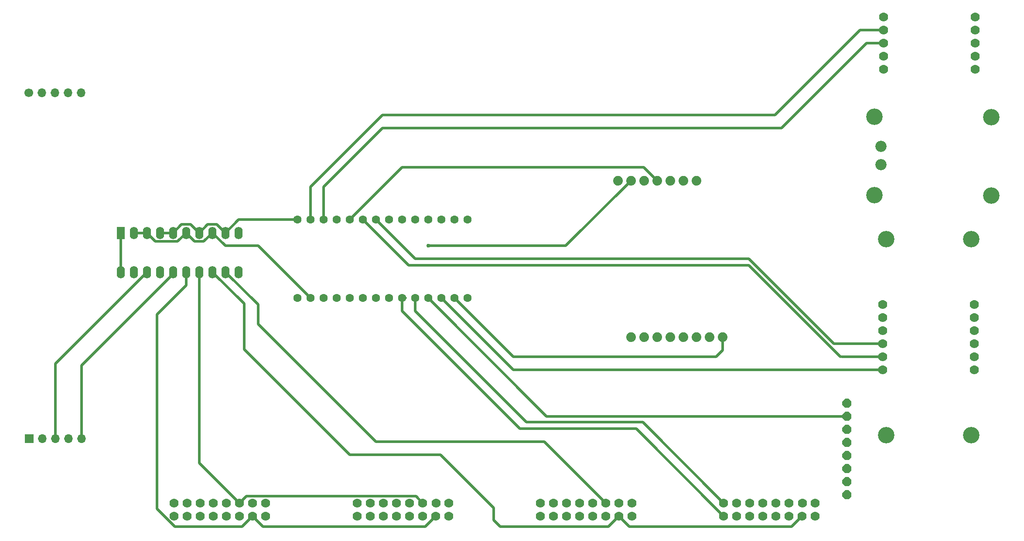
<source format=gbr>
%TF.GenerationSoftware,KiCad,Pcbnew,8.0.9-8.0.9-0~ubuntu24.04.1*%
%TF.CreationDate,2025-07-29T22:20:07-05:00*%
%TF.ProjectId,race_computer_proto,72616365-5f63-46f6-9d70-757465725f70,1.0*%
%TF.SameCoordinates,Original*%
%TF.FileFunction,Copper,L1,Top*%
%TF.FilePolarity,Positive*%
%FSLAX46Y46*%
G04 Gerber Fmt 4.6, Leading zero omitted, Abs format (unit mm)*
G04 Created by KiCad (PCBNEW 8.0.9-8.0.9-0~ubuntu24.04.1) date 2025-07-29 22:20:07*
%MOMM*%
%LPD*%
G01*
G04 APERTURE LIST*
G04 Aperture macros list*
%AMOutline5P*
0 Free polygon, 5 corners , with rotation*
0 The origin of the aperture is its center*
0 number of corners: always 5*
0 $1 to $10 corner X, Y*
0 $11 Rotation angle, in degrees counterclockwise*
0 create outline with 5 corners*
4,1,5,$1,$2,$3,$4,$5,$6,$7,$8,$9,$10,$1,$2,$11*%
%AMOutline6P*
0 Free polygon, 6 corners , with rotation*
0 The origin of the aperture is its center*
0 number of corners: always 6*
0 $1 to $12 corner X, Y*
0 $13 Rotation angle, in degrees counterclockwise*
0 create outline with 6 corners*
4,1,6,$1,$2,$3,$4,$5,$6,$7,$8,$9,$10,$11,$12,$1,$2,$13*%
%AMOutline7P*
0 Free polygon, 7 corners , with rotation*
0 The origin of the aperture is its center*
0 number of corners: always 7*
0 $1 to $14 corner X, Y*
0 $15 Rotation angle, in degrees counterclockwise*
0 create outline with 7 corners*
4,1,7,$1,$2,$3,$4,$5,$6,$7,$8,$9,$10,$11,$12,$13,$14,$1,$2,$15*%
%AMOutline8P*
0 Free polygon, 8 corners , with rotation*
0 The origin of the aperture is its center*
0 number of corners: always 8*
0 $1 to $16 corner X, Y*
0 $17 Rotation angle, in degrees counterclockwise*
0 create outline with 8 corners*
4,1,8,$1,$2,$3,$4,$5,$6,$7,$8,$9,$10,$11,$12,$13,$14,$15,$16,$1,$2,$17*%
G04 Aperture macros list end*
%TA.AperFunction,ComponentPad*%
%ADD10Outline8P,-0.889000X0.368236X-0.368236X0.889000X0.368236X0.889000X0.889000X0.368236X0.889000X-0.368236X0.368236X-0.889000X-0.368236X-0.889000X-0.889000X-0.368236X0.000000*%
%TD*%
%TA.AperFunction,ComponentPad*%
%ADD11C,1.778000*%
%TD*%
%TA.AperFunction,ComponentPad*%
%ADD12C,3.200000*%
%TD*%
%TA.AperFunction,ComponentPad*%
%ADD13C,2.184400*%
%TD*%
%TA.AperFunction,ComponentPad*%
%ADD14C,1.879600*%
%TD*%
%TA.AperFunction,ComponentPad*%
%ADD15R,1.700000X1.700000*%
%TD*%
%TA.AperFunction,ComponentPad*%
%ADD16O,1.700000X1.700000*%
%TD*%
%TA.AperFunction,ComponentPad*%
%ADD17C,1.700000*%
%TD*%
%TA.AperFunction,ComponentPad*%
%ADD18O,1.600000X2.400000*%
%TD*%
%TA.AperFunction,ComponentPad*%
%ADD19R,1.600000X2.400000*%
%TD*%
%TA.AperFunction,ComponentPad*%
%ADD20C,1.600000*%
%TD*%
%TA.AperFunction,ViaPad*%
%ADD21C,0.762000*%
%TD*%
%TA.AperFunction,Conductor*%
%ADD22C,0.508000*%
%TD*%
G04 APERTURE END LIST*
D10*
%TO.P,U5,1,+5V*%
%TO.N,+5V*%
X219710000Y-138557000D03*
%TO.P,U5,2,+3V*%
%TO.N,unconnected-(U5-+3V-Pad2)*%
X219710000Y-136017000D03*
%TO.P,U5,3,GND*%
%TO.N,GND*%
X219710000Y-133477000D03*
%TO.P,U5,4,CLK*%
%TO.N,/GPS_SD_SCK*%
X219710000Y-130937000D03*
%TO.P,U5,5,DO*%
%TO.N,/MISO*%
X219710000Y-128397000D03*
%TO.P,U5,6,DI*%
%TO.N,/GPS_SD_MOSI*%
X219710000Y-125857000D03*
%TO.P,U5,7,CS*%
%TO.N,/SDCARD_CS*%
X219710000Y-123317000D03*
%TO.P,U5,8,CD*%
%TO.N,unconnected-(U5-CD-Pad8)*%
X219710000Y-120777000D03*
%TD*%
D11*
%TO.P,U6,1,VDD*%
%TO.N,unconnected-(U6-VDD-Pad1)*%
X244602000Y-55880000D03*
%TO.P,U6,2,GND*%
%TO.N,GND*%
X244602000Y-53340000D03*
%TO.P,U6,3,NEO_IN*%
%TO.N,unconnected-(U6-NEO_IN-Pad3)*%
X244602000Y-50800000D03*
%TO.P,U6,4,S+*%
%TO.N,unconnected-(U6-S+-Pad4)*%
X244602000Y-48260000D03*
%TO.P,U6,5,S-*%
%TO.N,unconnected-(U6-S--Pad5)*%
X244602000Y-45720000D03*
%TO.P,U6,6,C*%
%TO.N,GND*%
X226822000Y-45720000D03*
%TO.P,U6,7,A*%
%TO.N,Net-(U1-14_A0_TX3_SPDIF_OUT)*%
X226822000Y-48260000D03*
%TO.P,U6,8,NEO_OUT*%
%TO.N,Net-(U1-15_A1_RX3_SPDIF_IN)*%
X226822000Y-50800000D03*
%TO.P,U6,9,GND*%
%TO.N,unconnected-(U6-GND-Pad9)*%
X226822000Y-53340000D03*
%TO.P,U6,10,VDD*%
%TO.N,+5V*%
X226822000Y-55880000D03*
%TD*%
D12*
%TO.P,U4,*%
%TO.N,*%
X247777000Y-80413000D03*
X225044000Y-80286000D03*
X247777000Y-65173000D03*
X225044000Y-65046000D03*
D13*
%TO.P,U4,1,+5V*%
%TO.N,+5V*%
X226314000Y-70866000D03*
%TO.P,U4,2,GND*%
%TO.N,GND*%
X226314000Y-74366000D03*
%TD*%
D14*
%TO.P,U2,15,GND*%
%TO.N,GND*%
X190500000Y-77495400D03*
%TO.P,U2,14,5V*%
%TO.N,+5V*%
X187960000Y-77495400D03*
%TO.P,U2,13,3V3*%
%TO.N,unconnected-(U2-3V3-Pad13)*%
X185420000Y-77495400D03*
%TO.P,U2,12,CS*%
%TO.N,Net-(U1-17_A3_TX4_SDA1)*%
X182880000Y-77495400D03*
%TO.P,U2,11,RX/MOSI*%
%TO.N,/GPS_SD_MOSI*%
X180340000Y-77495400D03*
%TO.P,U2,10,TX/MISO*%
%TO.N,/MISO*%
X177800000Y-77495400D03*
%TO.P,U2,9,SCK*%
%TO.N,/GPS_SD_SCK*%
X175260000Y-77495400D03*
%TO.P,U2,8,SCL*%
%TO.N,unconnected-(U2-SCL-Pad8)*%
X177800000Y-107950000D03*
%TO.P,U2,7,SDA*%
%TO.N,unconnected-(U2-SDA-Pad7)*%
X180340000Y-107950000D03*
%TO.P,U2,6,3V3*%
%TO.N,unconnected-(U2-3V3-Pad6)*%
X182880000Y-107950000D03*
%TO.P,U2,5,GND*%
%TO.N,GND*%
X185420000Y-107950000D03*
%TO.P,U2,4,INT*%
%TO.N,/GPS_INT*%
X187960000Y-107950000D03*
%TO.P,U2,3,SAFE*%
%TO.N,unconnected-(U2-SAFE-Pad3)*%
X190500000Y-107950000D03*
%TO.P,U2,2,RST*%
%TO.N,/GPS_RST*%
X193040000Y-107950000D03*
%TO.P,U2,1,PPS*%
%TO.N,Net-(U1-0_RX1_CRX2_CS1)*%
X195580000Y-107950000D03*
%TD*%
D11*
%TO.P,OD3,16,CS*%
%TO.N,/DISP_BUS.CS2*%
X160200000Y-142728000D03*
%TO.P,OD3,15,RESET*%
%TO.N,/DISP_BUS.RESET2*%
X160200000Y-140188000D03*
%TO.P,OD3,14,D/C*%
%TO.N,/DISP_BUS.DC*%
X162740000Y-142728000D03*
%TO.P,OD3,13,R/W*%
%TO.N,GND*%
X162740000Y-140188000D03*
%TO.P,OD3,12,E/RD*%
X165280000Y-142728000D03*
%TO.P,OD3,11,D7*%
%TO.N,unconnected-(OD3-D7-Pad11)*%
X165280000Y-140188000D03*
%TO.P,OD3,10,D6*%
%TO.N,unconnected-(OD3-D6-Pad10)*%
X167820000Y-142728000D03*
%TO.P,OD3,9,D5*%
%TO.N,unconnected-(OD3-D5-Pad9)*%
X167820000Y-140188000D03*
%TO.P,OD3,8,D4*%
%TO.N,unconnected-(OD3-D4-Pad8)*%
X170360000Y-142728000D03*
%TO.P,OD3,7,D3*%
%TO.N,unconnected-(OD3-D3-Pad7)*%
X170360000Y-140188000D03*
%TO.P,OD3,6,D2/NC*%
%TO.N,unconnected-(OD3-D2{slash}NC-Pad6)*%
X172900000Y-142728000D03*
%TO.P,OD3,5,D1/SDIN*%
%TO.N,/DISP_BUS.MOSI1*%
X172900000Y-140188000D03*
%TO.P,OD3,4,D0/SCK*%
%TO.N,/DISP_BUS.SCK1*%
X175440000Y-142728000D03*
%TO.P,OD3,3,N/C*%
%TO.N,unconnected-(OD3-N{slash}C-Pad3)*%
X175450000Y-140188000D03*
%TO.P,OD3,2,VCC*%
%TO.N,+5V*%
X177980000Y-142728000D03*
%TO.P,OD3,1,GND*%
%TO.N,GND*%
X177980000Y-140188000D03*
%TD*%
%TO.P,OD1,16,CS*%
%TO.N,/DISP_BUS.CS0*%
X89080000Y-142728000D03*
%TO.P,OD1,15,RESET*%
%TO.N,/DISP_BUS.RESET0*%
X89080000Y-140188000D03*
%TO.P,OD1,14,D/C*%
%TO.N,/DISP_BUS.DC*%
X91620000Y-142728000D03*
%TO.P,OD1,13,R/W*%
%TO.N,GND*%
X91620000Y-140188000D03*
%TO.P,OD1,12,E/RD*%
X94160000Y-142728000D03*
%TO.P,OD1,11,D7*%
%TO.N,unconnected-(OD1-D7-Pad11)*%
X94160000Y-140188000D03*
%TO.P,OD1,10,D6*%
%TO.N,unconnected-(OD1-D6-Pad10)*%
X96700000Y-142728000D03*
%TO.P,OD1,9,D5*%
%TO.N,unconnected-(OD1-D5-Pad9)*%
X96700000Y-140188000D03*
%TO.P,OD1,8,D4*%
%TO.N,unconnected-(OD1-D4-Pad8)*%
X99240000Y-142728000D03*
%TO.P,OD1,7,D3*%
%TO.N,unconnected-(OD1-D3-Pad7)*%
X99240000Y-140188000D03*
%TO.P,OD1,6,D2/NC*%
%TO.N,unconnected-(OD1-D2{slash}NC-Pad6)*%
X101780000Y-142728000D03*
%TO.P,OD1,5,D1/SDIN*%
%TO.N,/DISP_BUS.MOSI0*%
X101780000Y-140188000D03*
%TO.P,OD1,4,D0/SCK*%
%TO.N,/DISP_BUS.SCK0*%
X104320000Y-142728000D03*
%TO.P,OD1,3,N/C*%
%TO.N,unconnected-(OD1-N{slash}C-Pad3)*%
X104330000Y-140188000D03*
%TO.P,OD1,2,VCC*%
%TO.N,+5V*%
X106860000Y-142728000D03*
%TO.P,OD1,1,GND*%
%TO.N,GND*%
X106860000Y-140188000D03*
%TD*%
%TO.P,OD4,16,CS*%
%TO.N,/DISP_BUS.CS3*%
X195820000Y-142728000D03*
%TO.P,OD4,15,RESET*%
%TO.N,/DISP_BUS.RESET3*%
X195820000Y-140188000D03*
%TO.P,OD4,14,D/C*%
%TO.N,/DISP_BUS.DC*%
X198360000Y-142728000D03*
%TO.P,OD4,13,R/W*%
%TO.N,GND*%
X198360000Y-140188000D03*
%TO.P,OD4,12,E/RD*%
X200900000Y-142728000D03*
%TO.P,OD4,11,D7*%
%TO.N,unconnected-(OD4-D7-Pad11)*%
X200900000Y-140188000D03*
%TO.P,OD4,10,D6*%
%TO.N,unconnected-(OD4-D6-Pad10)*%
X203440000Y-142728000D03*
%TO.P,OD4,9,D5*%
%TO.N,unconnected-(OD4-D5-Pad9)*%
X203440000Y-140188000D03*
%TO.P,OD4,8,D4*%
%TO.N,unconnected-(OD4-D4-Pad8)*%
X205980000Y-142728000D03*
%TO.P,OD4,7,D3*%
%TO.N,unconnected-(OD4-D3-Pad7)*%
X205980000Y-140188000D03*
%TO.P,OD4,6,D2/NC*%
%TO.N,unconnected-(OD4-D2{slash}NC-Pad6)*%
X208520000Y-142728000D03*
%TO.P,OD4,5,D1/SDIN*%
%TO.N,/DISP_BUS.MOSI1*%
X208520000Y-140188000D03*
%TO.P,OD4,4,D0/SCK*%
%TO.N,/DISP_BUS.SCK1*%
X211060000Y-142728000D03*
%TO.P,OD4,3,N/C*%
%TO.N,unconnected-(OD4-N{slash}C-Pad3)*%
X211070000Y-140188000D03*
%TO.P,OD4,2,VCC*%
%TO.N,+5V*%
X213600000Y-142728000D03*
%TO.P,OD4,1,GND*%
%TO.N,GND*%
X213600000Y-140188000D03*
%TD*%
D15*
%TO.P,LED1,1,VCC*%
%TO.N,+5V*%
X60960000Y-127635000D03*
D16*
%TO.P,LED1,2,GND*%
%TO.N,GND*%
X63500000Y-127635000D03*
%TO.P,LED1,3,DIN*%
%TO.N,/DISP_BUS.MOSI2*%
X66040000Y-127635000D03*
%TO.P,LED1,4,CS*%
%TO.N,/DISP_BUS.CS4*%
X68580000Y-127635000D03*
%TO.P,LED1,5,CLK*%
%TO.N,/DISP_BUS.SCK2*%
X71120000Y-127635000D03*
%TO.P,LED1,6,CLK*%
%TO.N,unconnected-(LED1-CLK-Pad6)*%
X71060000Y-60385000D03*
%TO.P,LED1,7,CS*%
%TO.N,unconnected-(LED1-CS-Pad7)*%
X68520000Y-60385000D03*
%TO.P,LED1,8,DOUT*%
%TO.N,unconnected-(LED1-DOUT-Pad8)*%
X65980000Y-60385000D03*
%TO.P,LED1,9,GND*%
%TO.N,unconnected-(LED1-GND-Pad9)*%
X63440000Y-60385000D03*
D17*
%TO.P,LED1,10,VCC*%
%TO.N,unconnected-(LED1-VCC-Pad10)*%
X60900000Y-60385000D03*
%TD*%
D11*
%TO.P,OD2,16,CS*%
%TO.N,/DISP_BUS.CS1*%
X124700000Y-142728000D03*
%TO.P,OD2,15,RESET*%
%TO.N,/DISP_BUS.RESET1*%
X124700000Y-140188000D03*
%TO.P,OD2,14,D/C*%
%TO.N,/DISP_BUS.DC*%
X127240000Y-142728000D03*
%TO.P,OD2,13,R/W*%
%TO.N,GND*%
X127240000Y-140188000D03*
%TO.P,OD2,12,E/RD*%
X129780000Y-142728000D03*
%TO.P,OD2,11,D7*%
%TO.N,unconnected-(OD2-D7-Pad11)*%
X129780000Y-140188000D03*
%TO.P,OD2,10,D6*%
%TO.N,unconnected-(OD2-D6-Pad10)*%
X132320000Y-142728000D03*
%TO.P,OD2,9,D5*%
%TO.N,unconnected-(OD2-D5-Pad9)*%
X132320000Y-140188000D03*
%TO.P,OD2,8,D4*%
%TO.N,unconnected-(OD2-D4-Pad8)*%
X134860000Y-142728000D03*
%TO.P,OD2,7,D3*%
%TO.N,unconnected-(OD2-D3-Pad7)*%
X134860000Y-140188000D03*
%TO.P,OD2,6,D2/NC*%
%TO.N,unconnected-(OD2-D2{slash}NC-Pad6)*%
X137400000Y-142728000D03*
%TO.P,OD2,5,D1/SDIN*%
%TO.N,/DISP_BUS.MOSI0*%
X137400000Y-140188000D03*
%TO.P,OD2,4,D0/SCK*%
%TO.N,/DISP_BUS.SCK0*%
X139940000Y-142728000D03*
%TO.P,OD2,3,N/C*%
%TO.N,unconnected-(OD2-N{slash}C-Pad3)*%
X139950000Y-140188000D03*
%TO.P,OD2,2,VCC*%
%TO.N,+5V*%
X142480000Y-142728000D03*
%TO.P,OD2,1,GND*%
%TO.N,GND*%
X142480000Y-140188000D03*
%TD*%
D18*
%TO.P,U3,20,VCC*%
%TO.N,/3V3*%
X78745000Y-95260000D03*
%TO.P,U3,19,~{OE}*%
%TO.N,GND*%
X81285000Y-95260000D03*
%TO.P,U3,18,B1*%
%TO.N,/DISP_BUS.MOSI2*%
X83825000Y-95260000D03*
%TO.P,U3,17,B2*%
%TO.N,/GPS_SD_MOSI*%
X86365000Y-95260000D03*
%TO.P,U3,16,B3*%
%TO.N,/DISP_BUS.SCK2*%
X88905000Y-95260000D03*
%TO.P,U3,15,B4*%
%TO.N,/DISP_BUS.SCK0*%
X91445000Y-95260000D03*
%TO.P,U3,14,B5*%
%TO.N,/DISP_BUS.MOSI0*%
X93985000Y-95260000D03*
%TO.P,U3,13,B6*%
%TO.N,/DISP_BUS.SCK1*%
X96525000Y-95260000D03*
%TO.P,U3,12,B7*%
%TO.N,/DISP_BUS.MOSI1*%
X99065000Y-95260000D03*
%TO.P,U3,11,B8*%
%TO.N,/GPS_SD_SCK*%
X101605000Y-95260000D03*
%TO.P,U3,10,GND*%
%TO.N,GND*%
X101605000Y-87640000D03*
%TO.P,U3,9,A8*%
%TO.N,/SCK*%
X99065000Y-87640000D03*
%TO.P,U3,8,A7*%
%TO.N,/MOSI*%
X96525000Y-87640000D03*
%TO.P,U3,7,A6*%
%TO.N,/SCK*%
X93985000Y-87640000D03*
%TO.P,U3,6,A5*%
%TO.N,/MOSI*%
X91445000Y-87640000D03*
%TO.P,U3,5,A4*%
%TO.N,/SCK*%
X88905000Y-87640000D03*
%TO.P,U3,4,A3*%
X86365000Y-87640000D03*
%TO.P,U3,3,A2*%
%TO.N,/MOSI*%
X83825000Y-87640000D03*
%TO.P,U3,2,A1*%
X81285000Y-87640000D03*
D19*
%TO.P,U3,1,DIR*%
%TO.N,/3V3*%
X78745000Y-87640000D03*
%TD*%
D20*
%TO.P,U1,33,VIN*%
%TO.N,+5V*%
X146050000Y-85090000D03*
%TO.P,U1,32,GND*%
%TO.N,GND*%
X143510000Y-85090000D03*
%TO.P,U1,31,3V3*%
%TO.N,/3V3*%
X140970000Y-85090000D03*
%TO.P,U1,30,23_A9_CRX1_MCLK1*%
%TO.N,/GPS_RST*%
X138430000Y-85090000D03*
%TO.P,U1,29,22_A8_CTX1*%
%TO.N,unconnected-(U1-22_A8_CTX1-Pad29)*%
X135890000Y-85090000D03*
%TO.P,U1,28,21_A7_RX5_BCLK1*%
%TO.N,unconnected-(U1-21_A7_RX5_BCLK1-Pad28)*%
X133350000Y-85090000D03*
%TO.P,U1,27,20_A6_TX5_LRCLK1*%
%TO.N,/GPS_INT*%
X130810000Y-85090000D03*
%TO.P,U1,26,19_A5_SCL0*%
%TO.N,/SCL*%
X128270000Y-85090000D03*
%TO.P,U1,25,18_A4_SDA0*%
%TO.N,/SDA*%
X125730000Y-85090000D03*
%TO.P,U1,24,17_A3_TX4_SDA1*%
%TO.N,Net-(U1-17_A3_TX4_SDA1)*%
X123190000Y-85090000D03*
%TO.P,U1,23,16_A2_RX4_SCL1*%
%TO.N,/DISP_BUS.DC*%
X120650000Y-85090000D03*
%TO.P,U1,22,15_A1_RX3_SPDIF_IN*%
%TO.N,Net-(U1-15_A1_RX3_SPDIF_IN)*%
X118110000Y-85090000D03*
%TO.P,U1,21,14_A0_TX3_SPDIF_OUT*%
%TO.N,Net-(U1-14_A0_TX3_SPDIF_OUT)*%
X115570000Y-85090000D03*
%TO.P,U1,20,13_SCK_CRX1_LED*%
%TO.N,/SCK*%
X113030000Y-85090000D03*
%TO.P,U1,14,12_MISO_MQSL*%
%TO.N,/MISO*%
X113030000Y-100330000D03*
%TO.P,U1,13,11_MOSI_CTX1*%
%TO.N,/MOSI*%
X115570000Y-100330000D03*
%TO.P,U1,12,10_CS_MQSR*%
%TO.N,/DISP_BUS.CS0*%
X118110000Y-100330000D03*
%TO.P,U1,11,9_OUT1C*%
%TO.N,/DISP_BUS.RESET0*%
X120650000Y-100330000D03*
%TO.P,U1,10,8_TX2_IN1*%
%TO.N,/DISP_BUS.CS1*%
X123190000Y-100330000D03*
%TO.P,U1,9,7_RX2_OUT1A*%
%TO.N,/DISP_BUS.RESET1*%
X125730000Y-100330000D03*
%TO.P,U1,8,6_OUT1D*%
%TO.N,/DISP_BUS.CS2*%
X128270000Y-100330000D03*
%TO.P,U1,7,5_IN2*%
%TO.N,/DISP_BUS.RESET2*%
X130810000Y-100330000D03*
%TO.P,U1,6,4_BCLK2*%
%TO.N,/DISP_BUS.CS3*%
X133350000Y-100330000D03*
%TO.P,U1,5,3_LRCLK2*%
%TO.N,/DISP_BUS.RESET3*%
X135890000Y-100330000D03*
%TO.P,U1,4,2_OUT2*%
%TO.N,/SDCARD_CS*%
X138430000Y-100330000D03*
%TO.P,U1,3,1_TX1_CTX2_MISO1*%
%TO.N,/NEOKEY_INT*%
X140970000Y-100330000D03*
%TO.P,U1,2,0_RX1_CRX2_CS1*%
%TO.N,Net-(U1-0_RX1_CRX2_CS1)*%
X143510000Y-100330000D03*
%TO.P,U1,1,GND*%
%TO.N,GND*%
X146050000Y-100330000D03*
%TD*%
D11*
%TO.P,U7,*%
%TO.N,*%
X244475000Y-114300000D03*
%TO.P,U7,6,INT*%
%TO.N,/NEOKEY_INT*%
X226695000Y-114300000D03*
%TO.P,U7,*%
%TO.N,*%
X244475000Y-111760000D03*
%TO.P,U7,5,DATA*%
%TO.N,/SDA*%
X226695000Y-111760000D03*
%TO.P,U7,*%
%TO.N,*%
X244475000Y-109220000D03*
%TO.P,U7,4,CLK*%
%TO.N,/SCL*%
X226695000Y-109220000D03*
%TO.P,U7,*%
%TO.N,*%
X244475000Y-106680000D03*
%TO.P,U7,3,GND*%
%TO.N,GND*%
X226695000Y-106680000D03*
%TO.P,U7,*%
%TO.N,*%
X244475000Y-104140000D03*
%TO.P,U7,2,3V*%
%TO.N,unconnected-(U7-3V-Pad2)*%
X226695000Y-104140000D03*
%TO.P,U7,*%
%TO.N,*%
X244475000Y-101600000D03*
%TO.P,U7,1,VIN*%
%TO.N,+5V*%
X226695000Y-101600000D03*
D12*
%TO.P,U7,*%
%TO.N,*%
X243840000Y-88900000D03*
X243840000Y-88900000D03*
X227330000Y-88900000D03*
X227330000Y-88900000D03*
X227330000Y-88900000D03*
X243840000Y-127000000D03*
X243840000Y-127000000D03*
X227330000Y-127000000D03*
X227330000Y-127000000D03*
%TD*%
D21*
%TO.N,/MISO*%
X138430000Y-90170000D03*
%TD*%
D22*
%TO.N,/MISO*%
X138430000Y-90170000D02*
X165125400Y-90170000D01*
X165125400Y-90170000D02*
X177800000Y-77495400D01*
%TO.N,/MOSI*%
X83825000Y-87640000D02*
X81285000Y-87640000D01*
X91445000Y-87640000D02*
X89791000Y-89294000D01*
X89791000Y-89294000D02*
X85479000Y-89294000D01*
X85479000Y-89294000D02*
X83825000Y-87640000D01*
X96525000Y-87640000D02*
X94871000Y-89294000D01*
X94871000Y-89294000D02*
X93099000Y-89294000D01*
X93099000Y-89294000D02*
X91445000Y-87640000D01*
%TO.N,/SCK*%
X88905000Y-87640000D02*
X86365000Y-87640000D01*
X93985000Y-87640000D02*
X92331000Y-85986000D01*
X92331000Y-85986000D02*
X90559000Y-85986000D01*
X90559000Y-85986000D02*
X88905000Y-87640000D01*
X99065000Y-87640000D02*
X97411000Y-85986000D01*
X97411000Y-85986000D02*
X95639000Y-85986000D01*
X95639000Y-85986000D02*
X93985000Y-87640000D01*
%TO.N,/DISP_BUS.MOSI0*%
X93985000Y-95260000D02*
X93985000Y-132393000D01*
X93985000Y-132393000D02*
X101780000Y-140188000D01*
%TO.N,/DISP_BUS.SCK2*%
X71120000Y-127635000D02*
X71120000Y-113411576D01*
X71120000Y-113411576D02*
X88905000Y-95626576D01*
X88905000Y-95626576D02*
X88905000Y-95260000D01*
%TO.N,/DISP_BUS.SCK0*%
X85764000Y-103481000D02*
X91445000Y-97800000D01*
X91445000Y-97800000D02*
X91445000Y-95260000D01*
%TO.N,/DISP_BUS.MOSI1*%
X99065000Y-95260000D02*
X99070000Y-95260000D01*
X99070000Y-95260000D02*
X105410000Y-101600000D01*
X105410000Y-101600000D02*
X105410000Y-105410000D01*
%TO.N,Net-(U1-15_A1_RX3_SPDIF_IN)*%
X207010000Y-67310000D02*
X223520000Y-50800000D01*
X118110000Y-78740000D02*
X129540000Y-67310000D01*
X118110000Y-85090000D02*
X118110000Y-78740000D01*
X129540000Y-67310000D02*
X207010000Y-67310000D01*
X223520000Y-50800000D02*
X226822000Y-50800000D01*
%TO.N,Net-(U1-14_A0_TX3_SPDIF_OUT)*%
X129540000Y-64770000D02*
X205740000Y-64770000D01*
X222250000Y-48260000D02*
X226822000Y-48260000D01*
X115570000Y-85090000D02*
X115570000Y-78740000D01*
X115570000Y-78740000D02*
X129540000Y-64770000D01*
X205740000Y-64770000D02*
X222250000Y-48260000D01*
%TO.N,Net-(U1-17_A3_TX4_SDA1)*%
X123190000Y-85090000D02*
X133350000Y-74930000D01*
X133350000Y-74930000D02*
X180314600Y-74930000D01*
X180314600Y-74930000D02*
X182880000Y-77495400D01*
%TO.N,Net-(U1-0_RX1_CRX2_CS1)*%
X154940000Y-111760000D02*
X194310000Y-111760000D01*
X143510000Y-100330000D02*
X154940000Y-111760000D01*
X194310000Y-111760000D02*
X195580000Y-110490000D01*
X195580000Y-110490000D02*
X195580000Y-107950000D01*
%TO.N,/NEOKEY_INT*%
X140970000Y-100330000D02*
X154940000Y-114300000D01*
X154940000Y-114300000D02*
X226695000Y-114300000D01*
%TO.N,/SDCARD_CS*%
X138430000Y-100330000D02*
X161417000Y-123317000D01*
X161417000Y-123317000D02*
X219710000Y-123317000D01*
%TO.N,/DISP_BUS.RESET3*%
X135890000Y-100330000D02*
X135890000Y-102870000D01*
X180092000Y-124460000D02*
X195820000Y-140188000D01*
X135890000Y-102870000D02*
X157480000Y-124460000D01*
X157480000Y-124460000D02*
X180092000Y-124460000D01*
%TO.N,/DISP_BUS.CS3*%
X133350000Y-100330000D02*
X133350000Y-102870000D01*
X133350000Y-102870000D02*
X156210000Y-125730000D01*
X156210000Y-125730000D02*
X178822000Y-125730000D01*
X178822000Y-125730000D02*
X195820000Y-142728000D01*
X133350000Y-100330000D02*
X134043264Y-100330000D01*
%TO.N,/DISP_BUS.MOSI1*%
X105410000Y-105410000D02*
X128270000Y-128270000D01*
X128270000Y-128270000D02*
X160982000Y-128270000D01*
X160982000Y-128270000D02*
X172900000Y-140188000D01*
%TO.N,/MOSI*%
X105410000Y-90170000D02*
X99055000Y-90170000D01*
X99055000Y-90170000D02*
X96525000Y-87640000D01*
%TO.N,/SCK*%
X99065000Y-87640000D02*
X99065000Y-87635000D01*
%TO.N,/SDA*%
X200660000Y-93980000D02*
X134620000Y-93980000D01*
X200660000Y-93980000D02*
X218440000Y-111760000D01*
X125730000Y-85090000D02*
X134620000Y-93980000D01*
X218708736Y-111760000D02*
X226695000Y-111760000D01*
%TO.N,/SCL*%
X135890000Y-92710000D02*
X200660000Y-92710000D01*
X128270000Y-85090000D02*
X135890000Y-92710000D01*
X200660000Y-92710000D02*
X217170000Y-109220000D01*
X217170000Y-109220000D02*
X226695000Y-109220000D01*
%TO.N,/DISP_BUS.MOSI0*%
X137400000Y-140188000D02*
X136057000Y-138845000D01*
X136057000Y-138845000D02*
X103123000Y-138845000D01*
X103123000Y-138845000D02*
X101780000Y-140188000D01*
%TO.N,/3V3*%
X78745000Y-95260000D02*
X78745000Y-87640000D01*
%TO.N,/DISP_BUS.MOSI2*%
X83825000Y-95260000D02*
X66040000Y-113045000D01*
X66040000Y-113045000D02*
X66040000Y-127635000D01*
%TO.N,/DISP_BUS.SCK1*%
X175440000Y-142728000D02*
X177492000Y-144780000D01*
X177492000Y-144780000D02*
X209008000Y-144780000D01*
X209008000Y-144780000D02*
X211060000Y-142728000D01*
X151130000Y-143510000D02*
X152400000Y-144780000D01*
X140845705Y-130810000D02*
X151130000Y-141094295D01*
X123190000Y-130810000D02*
X140845705Y-130810000D01*
X102695000Y-101430000D02*
X102695000Y-110315000D01*
X151130000Y-141094295D02*
X151130000Y-143510000D01*
X96525000Y-95260000D02*
X102695000Y-101430000D01*
X102695000Y-110315000D02*
X123190000Y-130810000D01*
X152400000Y-144780000D02*
X173388000Y-144780000D01*
X173388000Y-144780000D02*
X175440000Y-142728000D01*
%TO.N,/DISP_BUS.SCK0*%
X85764000Y-103481000D02*
X85764000Y-141311289D01*
X85764000Y-141311289D02*
X89232711Y-144780000D01*
X104320000Y-142728000D02*
X106372000Y-144780000D01*
X106372000Y-144780000D02*
X137888000Y-144780000D01*
X89232711Y-144780000D02*
X102268000Y-144780000D01*
X137888000Y-144780000D02*
X139940000Y-142728000D01*
X102268000Y-144780000D02*
X104320000Y-142728000D01*
%TO.N,/SCK*%
X101615000Y-85090000D02*
X99065000Y-87640000D01*
X113030000Y-85090000D02*
X101615000Y-85090000D01*
%TO.N,/MOSI*%
X115570000Y-100330000D02*
X105410000Y-90170000D01*
%TD*%
M02*

</source>
